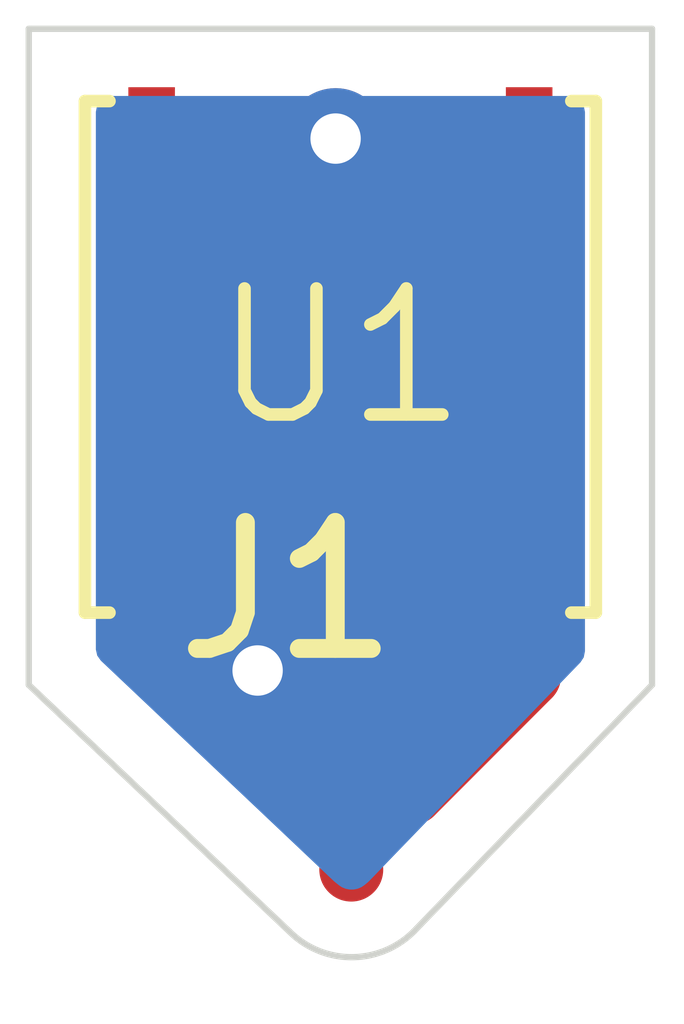
<source format=kicad_pcb>
(kicad_pcb (version 20171130) (host pcbnew "(5.1.0)-1")

  (general
    (thickness 1.6)
    (drawings 6)
    (tracks 13)
    (zones 0)
    (modules 2)
    (nets 4)
  )

  (page A4)
  (layers
    (0 F.Cu signal)
    (31 B.Cu power)
    (32 B.Adhes user)
    (33 F.Adhes user)
    (34 B.Paste user)
    (35 F.Paste user)
    (36 B.SilkS user)
    (37 F.SilkS user)
    (38 B.Mask user)
    (39 F.Mask user)
    (40 Dwgs.User user)
    (41 Cmts.User user)
    (42 Eco1.User user)
    (43 Eco2.User user)
    (44 Edge.Cuts user)
    (45 Margin user)
    (46 B.CrtYd user)
    (47 F.CrtYd user)
    (48 B.Fab user hide)
    (49 F.Fab user hide)
  )

  (setup
    (last_trace_width 0.508)
    (user_trace_width 0.1524)
    (user_trace_width 0.508)
    (trace_clearance 0.127)
    (zone_clearance 0.508)
    (zone_45_only no)
    (trace_min 0.0889)
    (via_size 0.8)
    (via_drill 0.4)
    (via_min_size 0.4)
    (via_min_drill 0.3)
    (uvia_size 0.3)
    (uvia_drill 0.1)
    (uvias_allowed no)
    (uvia_min_size 0.2)
    (uvia_min_drill 0.1)
    (edge_width 0.05)
    (segment_width 0.2)
    (pcb_text_width 0.3)
    (pcb_text_size 1.5 1.5)
    (mod_edge_width 0.12)
    (mod_text_size 1 1)
    (mod_text_width 0.15)
    (pad_size 1.524 1.524)
    (pad_drill 0.762)
    (pad_to_mask_clearance 0.051)
    (solder_mask_min_width 0.25)
    (aux_axis_origin 0 0)
    (visible_elements FFFFFF7F)
    (pcbplotparams
      (layerselection 0x010fc_ffffffff)
      (usegerberextensions false)
      (usegerberattributes false)
      (usegerberadvancedattributes false)
      (creategerberjobfile false)
      (excludeedgelayer true)
      (linewidth 0.100000)
      (plotframeref false)
      (viasonmask false)
      (mode 1)
      (useauxorigin false)
      (hpglpennumber 1)
      (hpglpenspeed 20)
      (hpglpendiameter 15.000000)
      (psnegative false)
      (psa4output false)
      (plotreference true)
      (plotvalue true)
      (plotinvisibletext false)
      (padsonsilk false)
      (subtractmaskfromsilk false)
      (outputformat 1)
      (mirror false)
      (drillshape 0)
      (scaleselection 1)
      (outputdirectory ""))
  )

  (net 0 "")
  (net 1 Earth)
  (net 2 +3V3)
  (net 3 /IR_Receiver)

  (net_class Default "This is the default net class."
    (clearance 0.127)
    (trace_width 0.0889)
    (via_dia 0.8)
    (via_drill 0.4)
    (uvia_dia 0.3)
    (uvia_drill 0.1)
    (add_net +3V3)
    (add_net /IR_Receiver)
    (add_net Earth)
  )

  (module .Connector:B2B_Flex_03_Dual_Row_38milx24mil_Pad_20mil (layer F.Cu) (tedit 5D7824DC) (tstamp 5D8319AF)
    (at 140.44676 106.01198)
    (path /5D82EC7F)
    (fp_text reference J1 (at -0.0254 -1.6002) (layer F.SilkS)
      (effects (font (size 1 1) (thickness 0.15)))
    )
    (fp_text value Conn_01x03 (at 0.3556 3.048) (layer F.Fab)
      (effects (font (size 1 1) (thickness 0.15)))
    )
    (pad 1 smd circle (at 0 0) (size 0.508 0.508) (layers F.Cu F.Paste F.Mask)
      (net 1 Earth) (zone_connect 0))
    (pad 2 smd circle (at 0.482599 0.6096) (size 0.508 0.508) (layers F.Cu F.Paste F.Mask)
      (net 3 /IR_Receiver) (zone_connect 0))
    (pad 3 smd circle (at 0.965199 0) (size 0.508 0.508) (layers F.Cu F.Paste F.Mask)
      (net 2 +3V3) (zone_connect 0))
  )

  (module .Package_SON:SON_4_P300_395X395X90L55X35L (layer F.Cu) (tedit 5CAF08C1) (tstamp 5D831902)
    (at 140.843 102.5525)
    (descr "Small Outline No-Lead (SON), 3.00 mm pitch; 4 pin, 3.95 mm L X 3.95 mm W X 0.90 mm H body")
    (path /5D82E7B3)
    (attr smd)
    (fp_text reference U1 (at 0 0) (layer F.SilkS)
      (effects (font (size 1 1) (thickness 0.1)))
    )
    (fp_text value TSOP57438TT1 (at 0 0) (layer F.Fab)
      (effects (font (size 1.2 1.2) (thickness 0.12)))
    )
    (fp_line (start 1.785 2.13) (end 2.13 2.13) (layer F.CrtYd) (width 0.05))
    (fp_line (start 1.785 2.24) (end 1.785 2.13) (layer F.CrtYd) (width 0.05))
    (fp_line (start -1.785 2.24) (end 1.785 2.24) (layer F.CrtYd) (width 0.05))
    (fp_line (start -1.785 2.13) (end -1.785 2.24) (layer F.CrtYd) (width 0.05))
    (fp_line (start -2.13 2.13) (end -1.785 2.13) (layer F.CrtYd) (width 0.05))
    (fp_line (start -2.13 -2.13) (end -2.13 2.13) (layer F.CrtYd) (width 0.05))
    (fp_line (start -1.785 -2.13) (end -2.13 -2.13) (layer F.CrtYd) (width 0.05))
    (fp_line (start -1.785 -2.24) (end -1.785 -2.13) (layer F.CrtYd) (width 0.05))
    (fp_line (start 1.785 -2.24) (end -1.785 -2.24) (layer F.CrtYd) (width 0.05))
    (fp_line (start 1.785 -2.13) (end 1.785 -2.24) (layer F.CrtYd) (width 0.05))
    (fp_line (start 2.13 -2.13) (end 1.785 -2.13) (layer F.CrtYd) (width 0.05))
    (fp_line (start 2.13 2.13) (end 2.13 -2.13) (layer F.CrtYd) (width 0.05))
    (fp_line (start -2.03 -2.03) (end -1.835 -2.03) (layer F.SilkS) (width 0.1))
    (fp_line (start -2.03 2.03) (end -2.03 -2.03) (layer F.SilkS) (width 0.1))
    (fp_line (start -1.835 2.03) (end -2.03 2.03) (layer F.SilkS) (width 0.1))
    (fp_line (start 2.03 -2.03) (end 1.835 -2.03) (layer F.SilkS) (width 0.1))
    (fp_line (start 2.03 2.03) (end 2.03 -2.03) (layer F.SilkS) (width 0.1))
    (fp_line (start 1.835 2.03) (end 2.03 2.03) (layer F.SilkS) (width 0.1))
    (fp_line (start -0.35 0) (end 0.35 0) (layer Dwgs.User) (width 0.05))
    (fp_line (start 0 -0.35) (end 0 0.35) (layer Dwgs.User) (width 0.05))
    (fp_circle (center 0 0) (end 0.25 0) (layer Dwgs.User) (width 0.05))
    (fp_line (start 2.03 2.03) (end -2.03 2.03) (layer F.Fab) (width 0.12))
    (fp_line (start 2.03 -2.03) (end 2.03 2.03) (layer F.Fab) (width 0.12))
    (fp_line (start -2.03 -2.03) (end 2.03 -2.03) (layer F.Fab) (width 0.12))
    (fp_line (start -2.03 2.03) (end -2.03 -2.03) (layer F.Fab) (width 0.12))
    (fp_line (start 1.975 1.975) (end -1.975 1.975) (layer Dwgs.User) (width 0.025))
    (fp_line (start 1.975 -1.975) (end 1.975 1.975) (layer Dwgs.User) (width 0.025))
    (fp_line (start -1.975 -1.975) (end 1.975 -1.975) (layer Dwgs.User) (width 0.025))
    (fp_line (start -1.975 1.975) (end -1.975 -1.975) (layer Dwgs.User) (width 0.025))
    (fp_line (start -1.325 -1.975) (end -1.325 -1.425) (layer Dwgs.User) (width 0.025))
    (fp_line (start -1.675 -1.975) (end -1.325 -1.975) (layer Dwgs.User) (width 0.025))
    (fp_line (start -1.675 -1.425) (end -1.675 -1.975) (layer Dwgs.User) (width 0.025))
    (fp_line (start -1.325 -1.425) (end -1.675 -1.425) (layer Dwgs.User) (width 0.025))
    (fp_line (start 1.675 -1.975) (end 1.675 -1.425) (layer Dwgs.User) (width 0.025))
    (fp_line (start 1.325 -1.975) (end 1.675 -1.975) (layer Dwgs.User) (width 0.025))
    (fp_line (start 1.325 -1.425) (end 1.325 -1.975) (layer Dwgs.User) (width 0.025))
    (fp_line (start 1.675 -1.425) (end 1.325 -1.425) (layer Dwgs.User) (width 0.025))
    (fp_line (start 1.325 1.975) (end 1.325 1.425) (layer Dwgs.User) (width 0.025))
    (fp_line (start 1.675 1.975) (end 1.325 1.975) (layer Dwgs.User) (width 0.025))
    (fp_line (start 1.675 1.425) (end 1.675 1.975) (layer Dwgs.User) (width 0.025))
    (fp_line (start 1.325 1.425) (end 1.675 1.425) (layer Dwgs.User) (width 0.025))
    (fp_line (start -1.675 1.975) (end -1.675 1.425) (layer Dwgs.User) (width 0.025))
    (fp_line (start -1.325 1.975) (end -1.675 1.975) (layer Dwgs.User) (width 0.025))
    (fp_line (start -1.325 1.425) (end -1.325 1.975) (layer Dwgs.User) (width 0.025))
    (fp_line (start -1.675 1.425) (end -1.325 1.425) (layer Dwgs.User) (width 0.025))
    (fp_text user %R (at 0 0) (layer F.Fab)
      (effects (font (size 2 2) (thickness 0.2)))
    )
    (pad 8 smd rect (at -1.5 -1.735 90) (size 0.81 0.37) (layers F.Cu F.Paste F.Mask)
      (net 1 Earth))
    (pad 6 smd rect (at 1.5 -1.735 90) (size 0.81 0.37) (layers F.Cu F.Paste F.Mask)
      (net 1 Earth))
    (pad 5 smd rect (at 1.5 1.735 90) (size 0.81 0.37) (layers F.Cu F.Paste F.Mask)
      (net 2 +3V3))
    (pad 1 smd rect (at -1.5 1.735 90) (size 0.81 0.37) (layers F.Cu F.Paste F.Mask)
      (net 3 /IR_Receiver))
    (model ${KICAD_AHARONI_LAB}/Modules/Package_SON.pretty/SON_4_P300_395X395X90L55X35L.STEP
      (at (xyz 0 0 0))
      (scale (xyz 1 1 1))
      (rotate (xyz -90 0 0))
    )
  )

  (gr_arc (start 140.9319 106.6165) (end 140.436601 107.111799) (angle -90) (layer Edge.Cuts) (width 0.05))
  (gr_line (start 138.3665 105.156) (end 138.3665 99.949) (layer Edge.Cuts) (width 0.05) (tstamp 5D831A88))
  (gr_line (start 140.436601 107.111799) (end 138.3665 105.156) (layer Edge.Cuts) (width 0.05))
  (gr_line (start 143.3195 105.156) (end 141.427199 107.111799) (layer Edge.Cuts) (width 0.05))
  (gr_line (start 143.3195 99.949) (end 143.3195 105.156) (layer Edge.Cuts) (width 0.05))
  (gr_line (start 138.3665 99.949) (end 143.3195 99.949) (layer Edge.Cuts) (width 0.05))

  (via (at 140.18514 105.0417) (size 0.8) (drill 0.4) (layers F.Cu B.Cu) (net 1))
  (via (at 140.8049 100.82022) (size 0.8) (drill 0.4) (layers F.Cu B.Cu) (net 1))
  (segment (start 139.343 100.8175) (end 140.80218 100.8175) (width 0.508) (layer F.Cu) (net 1))
  (segment (start 140.80218 100.8175) (end 140.8049 100.82022) (width 0.508) (layer F.Cu) (net 1))
  (segment (start 140.80762 100.8175) (end 140.8049 100.82022) (width 0.508) (layer F.Cu) (net 1))
  (segment (start 142.343 100.8175) (end 140.80762 100.8175) (width 0.508) (layer F.Cu) (net 1))
  (segment (start 140.18514 105.75036) (end 140.18514 105.0417) (width 0.508) (layer F.Cu) (net 1))
  (segment (start 140.44676 106.01198) (end 140.18514 105.75036) (width 0.508) (layer F.Cu) (net 1))
  (segment (start 142.343 105.080939) (end 141.411959 106.01198) (width 0.508) (layer F.Cu) (net 2))
  (segment (start 142.343 104.2875) (end 142.343 105.080939) (width 0.508) (layer F.Cu) (net 2))
  (segment (start 140.3936 104.2875) (end 139.343 104.2875) (width 0.1524) (layer F.Cu) (net 3))
  (segment (start 140.929359 106.62158) (end 140.929359 104.823259) (width 0.1524) (layer F.Cu) (net 3))
  (segment (start 140.929359 104.823259) (end 140.3936 104.2875) (width 0.1524) (layer F.Cu) (net 3))

  (zone (net 1) (net_name Earth) (layer B.Cu) (tstamp 5D831AAD) (hatch edge 0.508)
    (connect_pads (clearance 0.508))
    (min_thickness 0.254)
    (fill yes (arc_segments 32) (thermal_gap 0.508) (thermal_bridge_width 0.508))
    (polygon
      (pts
        (xy 138.1379 99.7204) (xy 143.5735 99.7204) (xy 143.5735 107.8484) (xy 138.1379 107.8484)
      )
    )
    (filled_polygon
      (pts
        (xy 142.659501 104.888976) (xy 140.979117 106.625747) (xy 140.952645 106.647491) (xy 140.946231 106.65093) (xy 140.939273 106.653058)
        (xy 140.932031 106.653793) (xy 140.924782 106.653108) (xy 140.91781 106.651029) (xy 140.911369 106.647633) (xy 140.876253 106.619197)
        (xy 139.0265 104.87158) (xy 139.0265 100.609) (xy 142.6595 100.609)
      )
    )
  )
)

</source>
